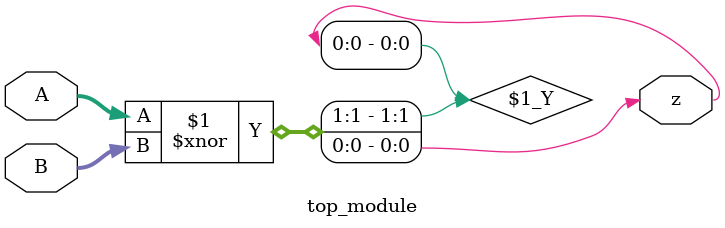
<source format=v>
module top_module ( input [1:0] A, input [1:0] B, output z ); 
    assign z=A~^B;
endmodule
</source>
